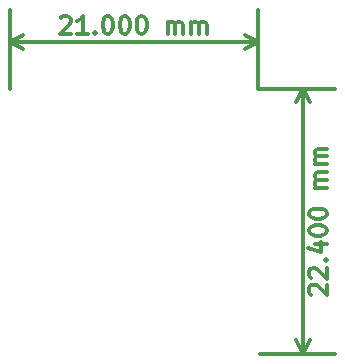
<source format=gbr>
G04 #@! TF.FileFunction,Other,Comment*
%FSLAX46Y46*%
G04 Gerber Fmt 4.6, Leading zero omitted, Abs format (unit mm)*
G04 Created by KiCad (PCBNEW 4.0.7) date 2017 December 09, Saturday 06:19:51*
%MOMM*%
%LPD*%
G01*
G04 APERTURE LIST*
%ADD10C,0.100000*%
%ADD11C,0.300000*%
G04 APERTURE END LIST*
D10*
D11*
X155471429Y-107614285D02*
X155400000Y-107542856D01*
X155328571Y-107399999D01*
X155328571Y-107042856D01*
X155400000Y-106899999D01*
X155471429Y-106828570D01*
X155614286Y-106757142D01*
X155757143Y-106757142D01*
X155971429Y-106828570D01*
X156828571Y-107685713D01*
X156828571Y-106757142D01*
X155471429Y-106185714D02*
X155400000Y-106114285D01*
X155328571Y-105971428D01*
X155328571Y-105614285D01*
X155400000Y-105471428D01*
X155471429Y-105399999D01*
X155614286Y-105328571D01*
X155757143Y-105328571D01*
X155971429Y-105399999D01*
X156828571Y-106257142D01*
X156828571Y-105328571D01*
X156685714Y-104685714D02*
X156757143Y-104614286D01*
X156828571Y-104685714D01*
X156757143Y-104757143D01*
X156685714Y-104685714D01*
X156828571Y-104685714D01*
X155828571Y-103328571D02*
X156828571Y-103328571D01*
X155257143Y-103685714D02*
X156328571Y-104042857D01*
X156328571Y-103114285D01*
X155328571Y-102257143D02*
X155328571Y-102114286D01*
X155400000Y-101971429D01*
X155471429Y-101900000D01*
X155614286Y-101828571D01*
X155900000Y-101757143D01*
X156257143Y-101757143D01*
X156542857Y-101828571D01*
X156685714Y-101900000D01*
X156757143Y-101971429D01*
X156828571Y-102114286D01*
X156828571Y-102257143D01*
X156757143Y-102400000D01*
X156685714Y-102471429D01*
X156542857Y-102542857D01*
X156257143Y-102614286D01*
X155900000Y-102614286D01*
X155614286Y-102542857D01*
X155471429Y-102471429D01*
X155400000Y-102400000D01*
X155328571Y-102257143D01*
X155328571Y-100828572D02*
X155328571Y-100685715D01*
X155400000Y-100542858D01*
X155471429Y-100471429D01*
X155614286Y-100400000D01*
X155900000Y-100328572D01*
X156257143Y-100328572D01*
X156542857Y-100400000D01*
X156685714Y-100471429D01*
X156757143Y-100542858D01*
X156828571Y-100685715D01*
X156828571Y-100828572D01*
X156757143Y-100971429D01*
X156685714Y-101042858D01*
X156542857Y-101114286D01*
X156257143Y-101185715D01*
X155900000Y-101185715D01*
X155614286Y-101114286D01*
X155471429Y-101042858D01*
X155400000Y-100971429D01*
X155328571Y-100828572D01*
X156828571Y-98542858D02*
X155828571Y-98542858D01*
X155971429Y-98542858D02*
X155900000Y-98471430D01*
X155828571Y-98328572D01*
X155828571Y-98114287D01*
X155900000Y-97971430D01*
X156042857Y-97900001D01*
X156828571Y-97900001D01*
X156042857Y-97900001D02*
X155900000Y-97828572D01*
X155828571Y-97685715D01*
X155828571Y-97471430D01*
X155900000Y-97328572D01*
X156042857Y-97257144D01*
X156828571Y-97257144D01*
X156828571Y-96542858D02*
X155828571Y-96542858D01*
X155971429Y-96542858D02*
X155900000Y-96471430D01*
X155828571Y-96328572D01*
X155828571Y-96114287D01*
X155900000Y-95971430D01*
X156042857Y-95900001D01*
X156828571Y-95900001D01*
X156042857Y-95900001D02*
X155900000Y-95828572D01*
X155828571Y-95685715D01*
X155828571Y-95471430D01*
X155900000Y-95328572D01*
X156042857Y-95257144D01*
X156828571Y-95257144D01*
X154800000Y-112600000D02*
X154800000Y-90200000D01*
X151200000Y-112600000D02*
X157500000Y-112600000D01*
X151200000Y-90200000D02*
X157500000Y-90200000D01*
X154800000Y-90200000D02*
X155386421Y-91326504D01*
X154800000Y-90200000D02*
X154213579Y-91326504D01*
X154800000Y-112600000D02*
X155386421Y-111473496D01*
X154800000Y-112600000D02*
X154213579Y-111473496D01*
X134285715Y-84171429D02*
X134357144Y-84100000D01*
X134500001Y-84028571D01*
X134857144Y-84028571D01*
X135000001Y-84100000D01*
X135071430Y-84171429D01*
X135142858Y-84314286D01*
X135142858Y-84457143D01*
X135071430Y-84671429D01*
X134214287Y-85528571D01*
X135142858Y-85528571D01*
X136571429Y-85528571D02*
X135714286Y-85528571D01*
X136142858Y-85528571D02*
X136142858Y-84028571D01*
X136000001Y-84242857D01*
X135857143Y-84385714D01*
X135714286Y-84457143D01*
X137214286Y-85385714D02*
X137285714Y-85457143D01*
X137214286Y-85528571D01*
X137142857Y-85457143D01*
X137214286Y-85385714D01*
X137214286Y-85528571D01*
X138214286Y-84028571D02*
X138357143Y-84028571D01*
X138500000Y-84100000D01*
X138571429Y-84171429D01*
X138642858Y-84314286D01*
X138714286Y-84600000D01*
X138714286Y-84957143D01*
X138642858Y-85242857D01*
X138571429Y-85385714D01*
X138500000Y-85457143D01*
X138357143Y-85528571D01*
X138214286Y-85528571D01*
X138071429Y-85457143D01*
X138000000Y-85385714D01*
X137928572Y-85242857D01*
X137857143Y-84957143D01*
X137857143Y-84600000D01*
X137928572Y-84314286D01*
X138000000Y-84171429D01*
X138071429Y-84100000D01*
X138214286Y-84028571D01*
X139642857Y-84028571D02*
X139785714Y-84028571D01*
X139928571Y-84100000D01*
X140000000Y-84171429D01*
X140071429Y-84314286D01*
X140142857Y-84600000D01*
X140142857Y-84957143D01*
X140071429Y-85242857D01*
X140000000Y-85385714D01*
X139928571Y-85457143D01*
X139785714Y-85528571D01*
X139642857Y-85528571D01*
X139500000Y-85457143D01*
X139428571Y-85385714D01*
X139357143Y-85242857D01*
X139285714Y-84957143D01*
X139285714Y-84600000D01*
X139357143Y-84314286D01*
X139428571Y-84171429D01*
X139500000Y-84100000D01*
X139642857Y-84028571D01*
X141071428Y-84028571D02*
X141214285Y-84028571D01*
X141357142Y-84100000D01*
X141428571Y-84171429D01*
X141500000Y-84314286D01*
X141571428Y-84600000D01*
X141571428Y-84957143D01*
X141500000Y-85242857D01*
X141428571Y-85385714D01*
X141357142Y-85457143D01*
X141214285Y-85528571D01*
X141071428Y-85528571D01*
X140928571Y-85457143D01*
X140857142Y-85385714D01*
X140785714Y-85242857D01*
X140714285Y-84957143D01*
X140714285Y-84600000D01*
X140785714Y-84314286D01*
X140857142Y-84171429D01*
X140928571Y-84100000D01*
X141071428Y-84028571D01*
X143357142Y-85528571D02*
X143357142Y-84528571D01*
X143357142Y-84671429D02*
X143428570Y-84600000D01*
X143571428Y-84528571D01*
X143785713Y-84528571D01*
X143928570Y-84600000D01*
X143999999Y-84742857D01*
X143999999Y-85528571D01*
X143999999Y-84742857D02*
X144071428Y-84600000D01*
X144214285Y-84528571D01*
X144428570Y-84528571D01*
X144571428Y-84600000D01*
X144642856Y-84742857D01*
X144642856Y-85528571D01*
X145357142Y-85528571D02*
X145357142Y-84528571D01*
X145357142Y-84671429D02*
X145428570Y-84600000D01*
X145571428Y-84528571D01*
X145785713Y-84528571D01*
X145928570Y-84600000D01*
X145999999Y-84742857D01*
X145999999Y-85528571D01*
X145999999Y-84742857D02*
X146071428Y-84600000D01*
X146214285Y-84528571D01*
X146428570Y-84528571D01*
X146571428Y-84600000D01*
X146642856Y-84742857D01*
X146642856Y-85528571D01*
X130000000Y-86200000D02*
X151000000Y-86200000D01*
X130000000Y-90200000D02*
X130000000Y-83500000D01*
X151000000Y-90200000D02*
X151000000Y-83500000D01*
X151000000Y-86200000D02*
X149873496Y-86786421D01*
X151000000Y-86200000D02*
X149873496Y-85613579D01*
X130000000Y-86200000D02*
X131126504Y-86786421D01*
X130000000Y-86200000D02*
X131126504Y-85613579D01*
M02*

</source>
